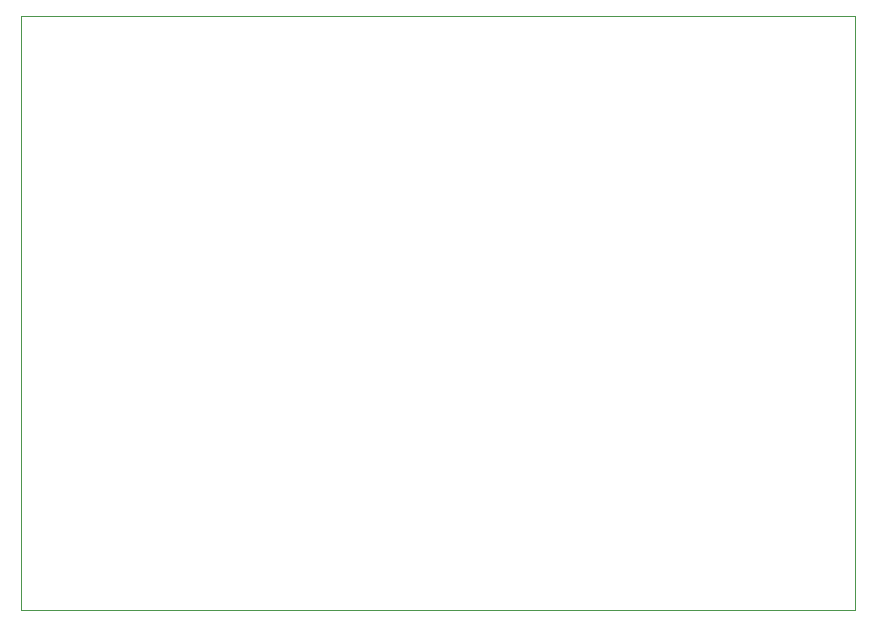
<source format=gbr>
%TF.GenerationSoftware,KiCad,Pcbnew,5.1.6-c6e7f7d~87~ubuntu19.10.1*%
%TF.CreationDate,2021-05-11T16:11:10+01:00*%
%TF.ProjectId,Auto Pump,4175746f-2050-4756-9d70-2e6b69636164,rev?*%
%TF.SameCoordinates,Original*%
%TF.FileFunction,Profile,NP*%
%FSLAX46Y46*%
G04 Gerber Fmt 4.6, Leading zero omitted, Abs format (unit mm)*
G04 Created by KiCad (PCBNEW 5.1.6-c6e7f7d~87~ubuntu19.10.1) date 2021-05-11 16:11:10*
%MOMM*%
%LPD*%
G01*
G04 APERTURE LIST*
%TA.AperFunction,Profile*%
%ADD10C,0.100000*%
%TD*%
G04 APERTURE END LIST*
D10*
X170180000Y-87122000D02*
X170180000Y-137414000D01*
X99568000Y-87122000D02*
X170180000Y-87122000D01*
X99568000Y-137414000D02*
X99568000Y-87122000D01*
X170180000Y-137414000D02*
X99568000Y-137414000D01*
M02*

</source>
